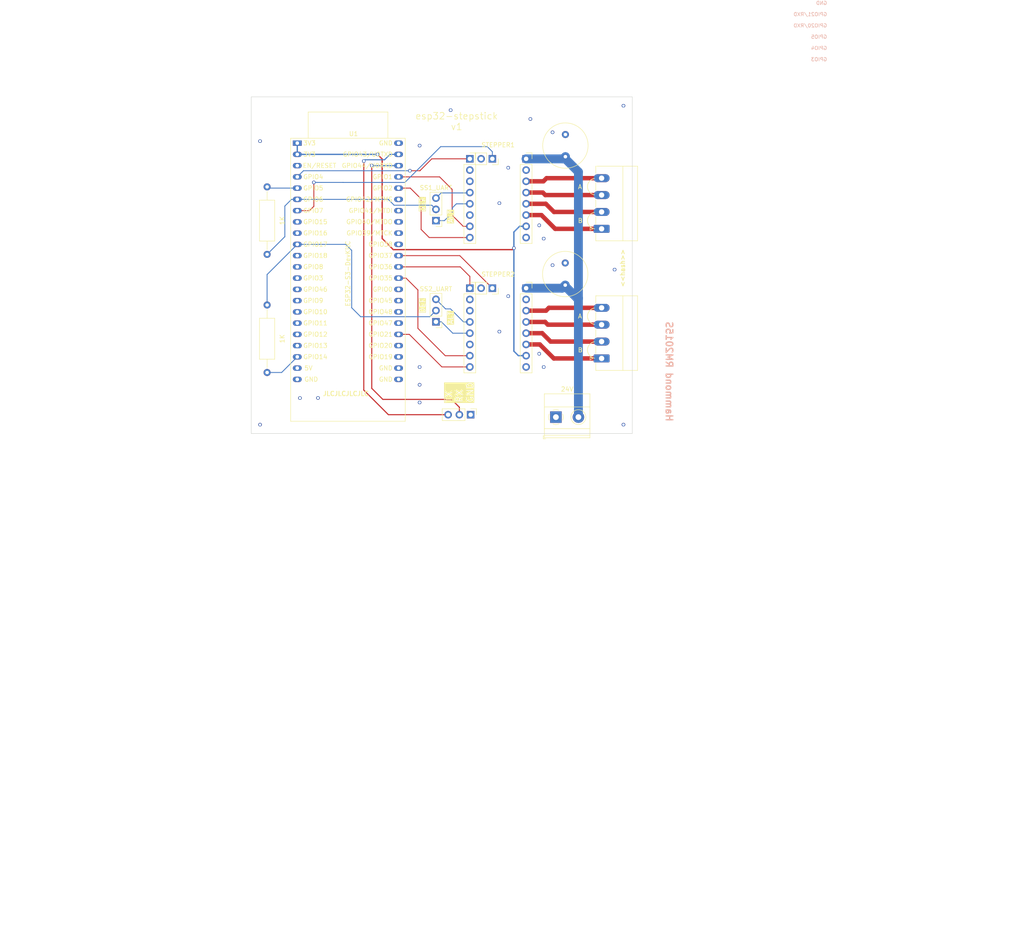
<source format=kicad_pcb>
(kicad_pcb (version 20240108) (generator "pcbnew") (generator_version "8.0")
  (layers (0 "F.Cu" signal "Top") (1 "In1.Cu" signal) (2 "In2.Cu" signal) (31 "B.Cu" signal "Bottom") (34 "B.Paste" user) (35 "F.Paste" user) (36 "B.SilkS" user "B.Silkscreen") (37 "F.SilkS" user "F.Silkscreen") (38 "B.Mask" user) (39 "F.Mask" user) (44 "Edge.Cuts" user))
  (net 0 "")
  (net 4 "/SS2_RX")
  (net 10 "/SS1_RX")
  (net 11 "/SS2_TX")
  (net 12 "/SS1_TX")
  (net 29 "/ESP32_RX")
  (net 30 "/ESP32_TX")
  (net 31 "GND")
  (net 32 "+24V")
  (net 33 "/SS1_STEP")
  (net 34 "/SS1_EN")
  (net 35 "/SS1_MS2")
  (net 36 "/SS1_UART1")
  (net 37 "/SS1_DIR")
  (net 38 "/SS1_CLK")
  (net 39 "/SS1_UART0")
  (net 40 "/SS1_MS1")
  (net 41 "SS1_B1")
  (net 42 "SS1_B2")
  (net 43 "SS1_A2")
  (net 44 "SS1_A1")
  (net 45 "/SS1_DIAG")
  (net 46 "/SS1_INDEX")
  (net 47 "/SS2_STEP")
  (net 48 "/SS2_UART1")
  (net 49 "/SS2_UART0")
  (net 50 "/SS2_CLK")
  (net 51 "/SS2_EN")
  (net 52 "/SS2_MS2")
  (net 53 "/SS2_MS1")
  (net 54 "/SS2_DIR")
  (net 55 "/SS2_DIAG")
  (net 56 "SS2_A2")
  (net 57 "SS2_A1")
  (net 58 "SS2_B1")
  (net 59 "SS2_B2")
  (net 60 "/SS2_INDEX")
  (net 61 "+3V3")
  (footprint "Resistor_THT:R_Axial_DIN0309_L9.0mm_D3.2mm_P15.24mm_Horizontal" (layer "F.Cu") (at 65.869064 119.689344 90)
    (property "Reference" "R1" (hide yes))
    (property "Value" "1K" (at 7.62 3.41 90) (layer "F.SilkS"))
    (fp_line (start 12.24 -1.72) (end 3 -1.72) (stroke (width 0.12)) (layer "F.SilkS"))
    (fp_line (start 3 -1.72) (end 3 1.72) (stroke (width 0.12)) (layer "F.SilkS"))
    (fp_line (start 14.2 0) (end 12.24 0) (stroke (width 0.12)) (layer "F.SilkS"))
    (fp_line (start 1.04 0) (end 3 0) (stroke (width 0.12)) (layer "F.SilkS"))
    (fp_line (start 12.24 1.72) (end 12.24 -1.72) (stroke (width 0.12)) (layer "F.SilkS"))
    (fp_line (start 3 1.72) (end 12.24 1.72) (stroke (width 0.12)) (layer "F.SilkS"))
    (pad "1" thru_hole circle (at 0 0 90) (size 1.6 1.6) (drill 0.8) (layers "*.Cu" "*.Mask") (net 11 "/SS2_TX"))
    (pad "2" thru_hole oval (at 15.24 0 90) (size 1.6 1.6) (drill 0.8) (layers "*.Cu" "*.Mask") (net 4 "/SS2_RX"))
  )
  (footprint "TerminalBlock_Phoenix:TerminalBlock_Phoenix_MKDS-1,5-2-5.08_1x02_P5.08mm_Horizontal" (layer "F.Cu") (at 131.034064 129.764344)
    (property "Reference" "J11" (hide yes))
    (property "Value" "24V" (at 2.54 -6.305 0) (layer "F.SilkS"))
    (fp_line (start -2.84 4.16) (end -2.84 4.9) (stroke (width 0.12)) (layer "F.SilkS"))
    (fp_line (start -2.84 4.9) (end -2.34 4.9) (stroke (width 0.12)) (layer "F.SilkS"))
    (fp_line (start -2.6 -5.261) (end -2.6 4.66) (stroke (width 0.12)) (layer "F.SilkS"))
    (fp_line (start -2.6 -5.261) (end 7.68 -5.261) (stroke (width 0.12)) (layer "F.SilkS"))
    (fp_line (start -2.6 -2.301) (end 7.68 -2.301) (stroke (width 0.12)) (layer "F.SilkS"))
    (fp_line (start -2.6 2.6) (end 7.68 2.6) (stroke (width 0.12)) (layer "F.SilkS"))
    (fp_line (start -2.6 4.1) (end 7.68 4.1) (stroke (width 0.12)) (layer "F.SilkS"))
    (fp_line (start -2.6 4.66) (end 7.68 4.66) (stroke (width 0.12)) (layer "F.SilkS"))
    (fp_line (start 3.853 1.023) (end 3.806 1.069) (stroke (width 0.12)) (layer "F.SilkS"))
    (fp_line (start 4.046 1.239) (end 4.011 1.274) (stroke (width 0.12)) (layer "F.SilkS"))
    (fp_line (start 6.15 -1.275) (end 6.115 -1.239) (stroke (width 0.12)) (layer "F.SilkS"))
    (fp_line (start 6.355 -1.069) (end 6.308 -1.023) (stroke (width 0.12)) (layer "F.SilkS"))
    (fp_line (start 7.68 -5.261) (end 7.68 4.66) (stroke (width 0.12)) (layer "F.SilkS"))
    (fp_arc (start -1.535427 0.683042) (mid -1.680501 -0.000524) (end -1.535 -0.684) (stroke (width 0.12)) (layer "F.SilkS"))
    (fp_arc (start -0.683042 -1.535427) (mid 0.000524 -1.680501) (end 0.684 -1.535) (stroke (width 0.12)) (layer "F.SilkS"))
    (fp_arc (start 0.028805 1.680253) (mid -0.335551 1.646659) (end -0.684 1.535) (stroke (width 0.12)) (layer "F.SilkS"))
    (fp_arc (start 0.683318 1.534756) (mid 0.349292 1.643288) (end 0 1.68) (stroke (width 0.12)) (layer "F.SilkS"))
    (fp_arc (start 1.535427 -0.683042) (mid 1.680501 0.000524) (end 1.535 0.684) (stroke (width 0.12)) (layer "F.SilkS"))
    (fp_circle (center 5.08 0) (end 6.76 0) (stroke (width 0.12)) (fill none) (layer "F.SilkS"))
    (pad "1" thru_hole rect (at 0 0) (size 2.6 2.6) (drill 1.3) (layers "*.Cu" "*.Mask") (net 31 "GND"))
    (pad "2" thru_hole circle (at 5.08 0) (size 2.6 2.6) (drill 1.3) (layers "*.Cu" "*.Mask") (net 32 "+24V"))
  )
  (footprint "MountingHole:MountingHole_3.2mm_M3_DIN965" (layer "F.Cu") (at 68.279064 63.459344)
    (property "Reference" "H102" (hide yes))
    (property "Value" "MountingHole")
    (pad "" np_thru_hole circle (at 0 0) (size 3.2 3.2) (drill 3.2) (layers "*.Cu" "*.Mask"))
  )
  (footprint "Connector_Phoenix_MC:PhoenixContact_MC_1,5_4-G-3.81_1x04_P3.81mm_Horizontal" (layer "F.Cu") (at 141.346564 87.249344 90)
    (property "Reference" "J7" (hide yes))
    (property "Value" "STEPPER1")
    (fp_line (start 0.3 -2.6) (end 0 -2) (stroke (width 0.12)) (layer "F.SilkS"))
    (fp_line (start -0.3 -2.6) (end 0.3 -2.6) (stroke (width 0.12)) (layer "F.SilkS"))
    (fp_line (start 0 -2) (end -0.3 -2.6) (stroke (width 0.12)) (layer "F.SilkS"))
    (fp_line (start 14.14 -1.31) (end 12.48 -1.31) (stroke (width 0.12)) (layer "F.SilkS"))
    (fp_line (start 8.67 -1.31) (end 10.38 -1.31) (stroke (width 0.12)) (layer "F.SilkS"))
    (fp_line (start 4.86 -1.31) (end 6.57 -1.31) (stroke (width 0.12)) (layer "F.SilkS"))
    (fp_line (start 1.05 -1.31) (end 2.76 -1.31) (stroke (width 0.12)) (layer "F.SilkS"))
    (fp_line (start -2.71 -1.31) (end -1.05 -1.31) (stroke (width 0.12)) (layer "F.SilkS"))
    (fp_line (start -2.71 -1.31) (end -2.71 8.11) (stroke (width 0.12)) (layer "F.SilkS"))
    (fp_line (start -2.71 4.8) (end 14.14 4.8) (stroke (width 0.12)) (layer "F.SilkS"))
    (fp_line (start 14.14 8.11) (end 14.14 -1.31) (stroke (width 0.12)) (layer "F.SilkS"))
    (fp_line (start -2.71 8.11) (end 14.14 8.11) (stroke (width 0.12)) (layer "F.SilkS"))
    (pad "1" thru_hole roundrect (at 0 0 90) (size 1.8 3.6) (drill 1.2) (layers "*.Cu" "*.Mask") (roundrect_rratio 0.138889) (net 42 "SS1_B2"))
    (pad "2" thru_hole oval (at 3.81 0 90) (size 1.8 3.6) (drill 1.2) (layers "*.Cu" "*.Mask") (net 41 "SS1_B1"))
    (pad "3" thru_hole oval (at 7.62 0 90) (size 1.8 3.6) (drill 1.2) (layers "*.Cu" "*.Mask") (net 44 "SS1_A1"))
    (pad "4" thru_hole oval (at 11.43 0 90) (size 1.8 3.6) (drill 1.2) (layers "*.Cu" "*.Mask") (net 43 "SS1_A2"))
  )
  (footprint "Connector_PinSocket_2.54mm:PinSocket_1x08_P2.54mm_Vertical" (layer "F.Cu") (at 124.314064 71.444344)
    (property "Reference" "J3" (hide yes))
    (property "Value" "SS1R")
    (fp_line (start -1.33 1.27) (end -1.33 19.11) (stroke (width 0.12)) (layer "F.SilkS"))
    (fp_line (start -1.33 1.27) (end 1.33 1.27) (stroke (width 0.12)) (layer "F.SilkS"))
    (fp_line (start -1.33 19.11) (end 1.33 19.11) (stroke (width 0.12)) (layer "F.SilkS"))
    (fp_line (start 0 -1.33) (end 1.33 -1.33) (stroke (width 0.12)) (layer "F.SilkS"))
    (fp_line (start 1.33 -1.33) (end 1.33 0) (stroke (width 0.12)) (layer "F.SilkS"))
    (fp_line (start 1.33 1.27) (end 1.33 19.11) (stroke (width 0.12)) (layer "F.SilkS"))
    (pad "1" thru_hole rect (at 0 0) (size 1.7 1.7) (drill 1) (layers "*.Cu" "*.Mask") (net 32 "+24V"))
    (pad "2" thru_hole oval (at 0 2.54) (size 1.7 1.7) (drill 1) (layers "*.Cu" "*.Mask") (net 31 "GND"))
    (pad "3" thru_hole oval (at 0 5.08) (size 1.7 1.7) (drill 1) (layers "*.Cu" "*.Mask") (net 43 "SS1_A2"))
    (pad "4" thru_hole oval (at 0 7.62) (size 1.7 1.7) (drill 1) (layers "*.Cu" "*.Mask") (net 44 "SS1_A1"))
    (pad "5" thru_hole oval (at 0 10.16) (size 1.7 1.7) (drill 1) (layers "*.Cu" "*.Mask") (net 41 "SS1_B1"))
    (pad "6" thru_hole oval (at 0 12.7) (size 1.7 1.7) (drill 1) (layers "*.Cu" "*.Mask") (net 42 "SS1_B2"))
    (pad "7" thru_hole oval (at 0 15.24) (size 1.7 1.7) (drill 1) (layers "*.Cu" "*.Mask") (net 61 "+3V3"))
    (pad "8" thru_hole oval (at 0 17.78) (size 1.7 1.7) (drill 1) (layers "*.Cu" "*.Mask") (net 31 "GND"))
  )
  (footprint "MountingHole:MountingHole_3.2mm_M3_DIN965" (layer "F.Cu") (at 68.279064 127.459344)
    (property "Reference" "H103" (hide yes))
    (property "Value" "MountingHole")
    (pad "" np_thru_hole circle (at 0 0) (size 3.2 3.2) (drill 3.2) (layers "*.Cu" "*.Mask"))
  )
  (footprint "Connector_PinSocket_2.54mm:PinSocket_1x08_P2.54mm_Vertical" (layer "F.Cu") (at 124.314064 100.654344)
    (property "Reference" "J6" (hide yes))
    (property "Value" "SS1R")
    (fp_line (start -1.33 1.27) (end -1.33 19.11) (stroke (width 0.12)) (layer "F.SilkS"))
    (fp_line (start -1.33 1.27) (end 1.33 1.27) (stroke (width 0.12)) (layer "F.SilkS"))
    (fp_line (start -1.33 19.11) (end 1.33 19.11) (stroke (width 0.12)) (layer "F.SilkS"))
    (fp_line (start 0 -1.33) (end 1.33 -1.33) (stroke (width 0.12)) (layer "F.SilkS"))
    (fp_line (start 1.33 -1.33) (end 1.33 0) (stroke (width 0.12)) (layer "F.SilkS"))
    (fp_line (start 1.33 1.27) (end 1.33 19.11) (stroke (width 0.12)) (layer "F.SilkS"))
    (pad "1" thru_hole rect (at 0 0) (size 1.7 1.7) (drill 1) (layers "*.Cu" "*.Mask") (net 32 "+24V"))
    (pad "2" thru_hole oval (at 0 2.54) (size 1.7 1.7) (drill 1) (layers "*.Cu" "*.Mask") (net 31 "GND"))
    (pad "3" thru_hole oval (at 0 5.08) (size 1.7 1.7) (drill 1) (layers "*.Cu" "*.Mask") (net 56 "SS2_A2"))
    (pad "4" thru_hole oval (at 0 7.62) (size 1.7 1.7) (drill 1) (layers "*.Cu" "*.Mask") (net 57 "SS2_A1"))
    (pad "5" thru_hole oval (at 0 10.16) (size 1.7 1.7) (drill 1) (layers "*.Cu" "*.Mask") (net 58 "SS2_B1"))
    (pad "6" thru_hole oval (at 0 12.7) (size 1.7 1.7) (drill 1) (layers "*.Cu" "*.Mask") (net 59 "SS2_B2"))
    (pad "7" thru_hole oval (at 0 15.24) (size 1.7 1.7) (drill 1) (layers "*.Cu" "*.Mask") (net 61 "+3V3"))
    (pad "8" thru_hole oval (at 0 17.78) (size 1.7 1.7) (drill 1) (layers "*.Cu" "*.Mask") (net 31 "GND"))
  )
  (footprint "Connector_PinSocket_2.54mm:PinSocket_1x08_P2.54mm_Vertical" (layer "F.Cu") (at 111.614064 100.654344)
    (property "Reference" "J4" (hide yes))
    (property "Value" "SS1L")
    (fp_line (start -1.33 1.27) (end -1.33 19.11) (stroke (width 0.12)) (layer "F.SilkS"))
    (fp_line (start -1.33 1.27) (end 1.33 1.27) (stroke (width 0.12)) (layer "F.SilkS"))
    (fp_line (start -1.33 19.11) (end 1.33 19.11) (stroke (width 0.12)) (layer "F.SilkS"))
    (fp_line (start 0 -1.33) (end 1.33 -1.33) (stroke (width 0.12)) (layer "F.SilkS"))
    (fp_line (start 1.33 -1.33) (end 1.33 0) (stroke (width 0.12)) (layer "F.SilkS"))
    (fp_line (start 1.33 1.27) (end 1.33 19.11) (stroke (width 0.12)) (layer "F.SilkS"))
    (pad "1" thru_hole rect (at 0 0) (size 1.7 1.7) (drill 1) (layers "*.Cu" "*.Mask") (net 51 "/SS2_EN"))
    (pad "2" thru_hole oval (at 0 2.54) (size 1.7 1.7) (drill 1) (layers "*.Cu" "*.Mask") (net 53 "/SS2_MS1"))
    (pad "3" thru_hole oval (at 0 5.08) (size 1.7 1.7) (drill 1) (layers "*.Cu" "*.Mask") (net 52 "/SS2_MS2"))
    (pad "4" thru_hole oval (at 0 7.62) (size 1.7 1.7) (drill 1) (layers "*.Cu" "*.Mask") (net 49 "/SS2_UART0"))
    (pad "5" thru_hole oval (at 0 10.16) (size 1.7 1.7) (drill 1) (layers "*.Cu" "*.Mask") (net 48 "/SS2_UART1"))
    (pad "6" thru_hole oval (at 0 12.7) (size 1.7 1.7) (drill 1) (layers "*.Cu" "*.Mask") (net 50 "/SS2_CLK"))
    (pad "7" thru_hole oval (at 0 15.24) (size 1.7 1.7) (drill 1) (layers "*.Cu" "*.Mask") (net 47 "/SS2_STEP"))
    (pad "8" thru_hole oval (at 0 17.78) (size 1.7 1.7) (drill 1) (layers "*.Cu" "*.Mask") (net 54 "/SS2_DIR"))
  )
  (footprint "Capacitor_THT:C_Radial_D10.0mm_H12.5mm_P5.00mm" (layer "F.Cu") (at 133.179064 70.959344 90)
    (property "Reference" "C1" (hide yes))
    (property "Value" "100u")
    (fp_circle (center 2.5 0) (end 7.62 0) (stroke (width 0.12)) (fill none) (layer "F.SilkS"))
    (pad "1" thru_hole circle (at 0 0 90) (size 1.6 1.6) (drill 0.8) (layers "*.Cu" "*.Mask") (net 32 "+24V"))
    (pad "2" thru_hole circle (at 5 0 90) (size 1.6 1.6) (drill 0.8) (layers "*.Cu" "*.Mask") (net 31 "GND"))
  )
  (footprint "Resistor_THT:R_Axial_DIN0309_L9.0mm_D3.2mm_P15.24mm_Horizontal" (layer "F.Cu") (at 65.869064 77.779344 -90)
    (property "Reference" "R2" (hide yes))
    (property "Value" "1K" (at 7.62 -3.41 90) (layer "F.SilkS"))
    (fp_line (start 3 1.72) (end 12.24 1.72) (stroke (width 0.12)) (layer "F.SilkS"))
    (fp_line (start 12.24 1.72) (end 12.24 -1.72) (stroke (width 0.12)) (layer "F.SilkS"))
    (fp_line (start 1.04 0) (end 3 0) (stroke (width 0.12)) (layer "F.SilkS"))
    (fp_line (start 14.2 0) (end 12.24 0) (stroke (width 0.12)) (layer "F.SilkS"))
    (fp_line (start 3 -1.72) (end 3 1.72) (stroke (width 0.12)) (layer "F.SilkS"))
    (fp_line (start 12.24 -1.72) (end 3 -1.72) (stroke (width 0.12)) (layer "F.SilkS"))
    (pad "1" thru_hole circle (at 0 0 270) (size 1.6 1.6) (drill 0.8) (layers "*.Cu" "*.Mask") (net 12 "/SS1_TX"))
    (pad "2" thru_hole oval (at 15.24 0 270) (size 1.6 1.6) (drill 0.8) (layers "*.Cu" "*.Mask") (net 10 "/SS1_RX"))
  )
  (footprint "Connector_PinSocket_2.54mm:PinSocket_1x02_P2.54mm_Vertical" (layer "F.Cu") (at 116.694064 71.444344 -90)
    (property "Reference" "J2" (hide yes))
    (property "Value" "SS1T")
    (fp_line (start -1.33 3.87) (end 1.33 3.87) (stroke (width 0.12)) (layer "F.SilkS"))
    (fp_line (start -1.33 1.27) (end -1.33 3.87) (stroke (width 0.12)) (layer "F.SilkS"))
    (fp_line (start -1.33 1.27) (end 1.33 1.27) (stroke (width 0.12)) (layer "F.SilkS"))
    (fp_line (start 1.33 1.27) (end 1.33 3.87) (stroke (width 0.12)) (layer "F.SilkS"))
    (fp_line (start 0 -1.33) (end 1.33 -1.33) (stroke (width 0.12)) (layer "F.SilkS"))
    (fp_line (start 1.33 -1.33) (end 1.33 0) (stroke (width 0.12)) (layer "F.SilkS"))
    (pad "1" thru_hole rect (at 0 0 270) (size 1.7 1.7) (drill 1) (layers "*.Cu" "*.Mask") (net 45 "/SS1_DIAG"))
    (pad "2" thru_hole oval (at 0 2.54 270) (size 1.7 1.7) (drill 1) (layers "*.Cu" "*.Mask") (net 46 "/SS1_INDEX"))
  )
  (footprint "MountingHole:MountingHole_3.2mm_M3_DIN965" (layer "F.Cu") (at 142.279064 63.459344)
    (property "Reference" "H101" (hide yes))
    (property "Value" "MountingHole")
    (pad "" np_thru_hole circle (at 0 0) (size 3.2 3.2) (drill 3.2) (layers "*.Cu" "*.Mask"))
  )
  (footprint "Espressif:ESP32-S3-DevKitC" (layer "F.Cu") (at 72.677704 67.902265)
    (property "Reference" "U1" (at 12.7 -2.1 0) (layer "F.SilkS"))
    (property "Value" "ESP32-S3-DevKitC" (at 11.42632 29.46128 90) (layer "F.SilkS"))
    (fp_line (start -1.5 62.79728) (end 24.359999 62.79728) (stroke (width 0.12)) (layer "F.SilkS"))
    (fp_line (start -1.499999 -1.1) (end -1.5 62.79728) (stroke (width 0.12)) (layer "F.SilkS"))
    (fp_line (start 2.46012 -7.01312) (end 20.44332 -7.01312) (stroke (width 0.12)) (layer "F.SilkS"))
    (fp_line (start 2.46012 -1.12032) (end 2.46012 -7.01312) (stroke (width 0.12)) (layer "F.SilkS"))
    (fp_line (start 20.44332 -7.01312) (end 20.44332 -1.12032) (stroke (width 0.12)) (layer "F.SilkS"))
    (fp_line (start 24.359999 62.79728) (end 24.36 -1.1) (stroke (width 0.12)) (layer "F.SilkS"))
    (fp_line (start 24.36 -1.1) (end -1.499999 -1.1) (stroke (width 0.12)) (layer "F.SilkS"))
    (fp_text user "GPIO16" (at 1.27 20.32 0) (layer "F.SilkS") (effects (justify left)))
    (fp_text user "GPIO43/U0TXD" (at 21.59 2.54 0) (layer "F.SilkS") (effects (justify right)))
    (fp_text user "GPIO9" (at 1.27 35.56 0) (layer "F.SilkS") (effects (justify left)))
    (fp_text user "GPIO15" (at 1.27 17.78 0) (layer "F.SilkS") (effects (justify left)))
    (fp_text user "GPIO44/U0RXD" (at 21.59 5.08 0) (layer "F.SilkS") (effects (justify right)))
    (fp_text user "GPIO40/MTDO" (at 21.59 17.78 0) (layer "F.SilkS") (effects (justify right)))
    (fp_text user "GPIO45" (at 21.59 35.56 0) (layer "F.SilkS") (effects (justify right)))
    (fp_text user "GPIO42/MTMS" (at 21.59 12.7 0) (layer "F.SilkS") (effects (justify right)))
    (fp_text user "GPIO36" (at 21.59 27.94 0) (layer "F.SilkS") (effects (justify right)))
    (fp_text user "GPIO8" (at 1.27 27.94 0) (layer "F.SilkS") (effects (justify left)))
    (fp_text user "GPIO14" (at 1.27 48.26 0) (layer "F.SilkS") (effects (justify left)))
    (fp_text user "GPIO19" (at 21.59 48.26 0) (layer "F.SilkS") (effects (justify right)))
    (fp_text user "GPIO3" (at 1.27 30.48 0) (layer "F.SilkS") (effects (justify left)))
    (fp_text user "GPIO0" (at 21.59 33.02 0) (layer "F.SilkS") (effects (justify right)))
    (fp_text user "GPIO35" (at 21.59 30.48 0) (layer "F.SilkS") (effects (justify right)))
    (fp_text user "GND" (at 1.52032 53.33728 0) (layer "F.SilkS") (effects (justify left)))
    (fp_text user "GPIO37" (at 21.59 25.4 0) (layer "F.SilkS") (effects (justify right)))
    (fp_text user "3V3" (at 1.27 2.54 0) (layer "F.SilkS") (effects (justify left)))
    (fp_text user "GPIO12" (at 1.27 43.18 0) (layer "F.SilkS") (effects (justify left)))
    (fp_text user "5V" (at 1.52032 50.79728 0) (layer "F.SilkS") (effects (justify left)))
    (fp_text user "GPIO5" (at 1.27 10.16 0) (layer "F.SilkS") (effects (justify left)))
    (fp_text user "GPIO10" (at 1.27 38.1 0) (layer "F.SilkS") (effects (justify left)))
    (fp_text user "GPIO4" (at 1.27 7.62 0) (layer "F.SilkS") (effects (justify left)))
    (fp_text user "GPIO21" (at 21.59 43.18 0) (layer "F.SilkS") (effects (justify right)))
    (fp_text user "GND" (at 21.59 50.8 0) (layer "F.SilkS") (effects (justify right)))
    (fp_text user "GPIO7" (at 1.27 15.24 0) (layer "F.SilkS") (effects (justify left)))
    (fp_text user "GPIO11" (at 1.27 40.64 0) (layer "F.SilkS") (effects (justify left)))
    (fp_text user "GPIO41/MTDI" (at 21.59 15.24 0) (layer "F.SilkS") (effects (justify right)))
    (fp_text user "GPIO39/MTCK" (at 21.59 20.32 0) (layer "F.SilkS") (effects (justify right)))
    (fp_text user "GPIO6" (at 1.27 12.7 0) (layer "F.SilkS") (effects (justify left)))
    (fp_text user "GND" (at 21.59 0 0) (layer "F.SilkS") (effects (justify right)))
    (fp_text user "GND" (at 21.59 53.34 0) (layer "F.SilkS") (effects (justify right)))
    (fp_text user "GPIO47" (at 21.59 40.64 0) (layer "F.SilkS") (effects (justify right)))
    (fp_text user "GPIO13" (at 1.27 45.72 0) (layer "F.SilkS") (effects (justify left)))
    (fp_text user "3V3" (at 1.27 0 0) (layer "F.SilkS") (effects (justify left)))
    (fp_text user "GPIO20" (at 21.59 45.72 0) (layer "F.SilkS") (effects (justify right)))
    (fp_text user "GPIO18" (at 1.27 25.4 0) (layer "F.SilkS") (effects (justify left)))
    (fp_text user "GPIO17" (at 1.27 22.86 0) (layer "F.SilkS") (effects (justify left)))
    (fp_text user "GPIO2" (at 21.59 10.16 0) (layer "F.SilkS") (effects (justify right)))
    (fp_text user "GPIO1" (at 21.59 7.62 0) (layer "F.SilkS") (effects (justify right)))
    (fp_text user "GPIO46" (at 1.27 33.02 0) (layer "F.SilkS") (effects (justify left)))
    (fp_text user "GPIO48" (at 21.59 38.1 0) (layer "F.SilkS") (effects (justify right)))
    (fp_text user "EN/RESET" (at 8.88632 5.07728 0) (layer "F.SilkS") (effects (justify right)))
    (fp_text user "GPIO38" (at 21.59 22.86 0) (layer "F.SilkS") (effects (justify right)))
    (pad "1" thru_hole rect (at 0 0 270) (size 1.2 2) (drill 0.8) (layers "*.Cu" "*.Mask") (net 61 "+3V3"))
    (pad "2" thru_hole oval (at 0 2.54 270) (size 1.2 2) (drill 0.8) (layers "*.Cu" "*.Mask") (net 61 "+3V3"))
    (pad "3" thru_hole oval (at 0 5.08 270) (size 1.2 2) (drill 0.8) (layers "*.Cu" "*.Mask"))
    (pad "4" thru_hole oval (at 0 7.62 270) (size 1.2 2) (drill 0.8) (layers "*.Cu" "*.Mask") (net 34 "/SS1_EN"))
    (pad "5" thru_hole oval (at 0 10.16 270) (size 1.2 2) (drill 0.8) (layers "*.Cu" "*.Mask") (net 12 "/SS1_TX"))
    (pad "6" thru_hole oval (at 0 12.7 270) (size 1.2 2) (drill 0.8) (layers "*.Cu" "*.Mask") (net 10 "/SS1_RX"))
    (pad "7" thru_hole oval (at 0 15.24 270) (size 1.2 2) (drill 0.8) (layers "*.Cu" "*.Mask") (net 45 "/SS1_DIAG"))
    (pad "8" thru_hole oval (at 0 17.78 270) (size 1.2 2) (drill 0.8) (layers "*.Cu" "*.Mask"))
    (pad "9" thru_hole oval (at 0 20.32 270) (size 1.2 2) (drill 0.8) (layers "*.Cu" "*.Mask"))
    (pad "10" thru_hole oval (at 0 22.86 270) (size 1.2 2) (drill 0.8) (layers "*.Cu" "*.Mask") (net 4 "/SS2_RX"))
    (pad "11" thru_hole oval (at 0 25.4 270) (size 1.2 2) (drill 0.8) (layers "*.Cu" "*.Mask"))
    (pad "12" thru_hole oval (at 0 27.94 270) (size 1.2 2) (drill 0.8) (layers "*.Cu" "*.Mask"))
    (pad "13" thru_hole oval (at 0 30.48 270) (size 1.2 2) (drill 0.8) (layers "*.Cu" "*.Mask"))
    (pad "14" thru_hole oval (at 0 33.02 270) (size 1.2 2) (drill 0.8) (layers "*.Cu" "*.Mask"))
    (pad "15" thru_hole oval (at 0 35.56 270) (size 1.2 2) (drill 0.8) (layers "*.Cu" "*.Mask"))
    (pad "16" thru_hole oval (at 0 38.1 270) (size 1.2 2) (drill 0.8) (layers "*.Cu" "*.Mask"))
    (pad "17" thru_hole oval (at 0 40.64 270) (size 1.2 2) (drill 0.8) (layers "*.Cu" "*.Mask"))
    (pad "18" thru_hole oval (at 0 43.18 270) (size 1.2 2) (drill 0.8) (layers "*.Cu" "*.Mask"))
    (pad "19" thru_hole oval (at 0 45.72 270) (size 1.2 2) (drill 0.8) (layers "*.Cu" "*.Mask"))
    (pad "20" thru_hole oval (at -0.00368 48.25728 270) (size 1.2 2) (drill 0.8) (layers "*.Cu" "*.Mask") (net 11 "/SS2_TX"))
    (pad "21" thru_hole oval (at -0.00368 50.79728 270) (size 1.2 2) (drill 0.8) (layers "*.Cu" "*.Mask"))
    (pad "22" thru_hole oval (at -0.00368 53.33728 270) (size 1.2 2) (drill 0.8) (layers "*.Cu" "*.Mask") (net 31 "GND"))
    (pad "23" thru_hole oval (at 22.86 53.34 270) (size 1.2 2) (drill 0.8) (layers "*.Cu" "*.Mask") (net 31 "GND"))
    (pad "24" thru_hole oval (at 22.86 50.8 270) (size 1.2 2) (drill 0.8) (layers "*.Cu" "*.Mask") (net 31 "GND"))
    (pad "25" thru_hole oval (at 22.86 48.26 270) (size 1.2 2) (drill 0.8) (layers "*.Cu" "*.Mask"))
    (pad "26" thru_hole oval (at 22.86 45.72 270) (size 1.2 2) (drill 0.8) (layers "*.Cu" "*.Mask"))
    (pad "27" thru_hole oval (at 22.86 43.18 270) (size 1.2 2) (drill 0.8) (layers "*.Cu" "*.Mask") (net 54 "/SS2_DIR"))
    (pad "28" thru_hole oval (at 22.86 40.64 270) (size 1.2 2) (drill 0.8) (layers "*.Cu" "*.Mask"))
    (pad "29" thru_hole oval (at 22.86 38.1 270) (size 1.2 2) (drill 0.8) (layers "*.Cu" "*.Mask"))
    (pad "30" thru_hole oval (at 22.86 35.56 270) (size 1.2 2) (drill 0.8) (layers "*.Cu" "*.Mask"))
    (pad "31" thru_hole oval (at 22.86 33.02 270) (size 1.2 2) (drill 0.8) (layers "*.Cu" "*.Mask"))
    (pad "32" thru_hole oval (at 22.86 30.48 270) (size 1.2 2) (drill 0.8) (layers "*.Cu" "*.Mask") (net 47 "/SS2_STEP"))
    (pad "33" thru_hole oval (at 22.86 27.94 270) (size 1.2 2) (drill 0.8) (layers "*.Cu" "*.Mask") (net 51 "/SS2_EN"))
    (pad "34" thru_hole oval (at 22.86 25.4 270) (size 1.2 2) (drill 0.8) (layers "*.Cu" "*.Mask") (net 55 "/SS2_DIAG"))
    (pad "35" thru_hole oval (at 22.86 22.86 270) (size 1.2 2) (drill 0.8) (layers "*.Cu" "*.Mask"))
    (pad "36" thru_hole oval (at 22.86 20.32 270) (size 1.2 2) (drill 0.8) (layers "*.Cu" "*.Mask"))
    (pad "37" thru_hole oval (at 22.86 17.78 270) (size 1.2 2) (drill 0.8) (layers "*.Cu" "*.Mask"))
    (pad "38" thru_hole oval (at 22.86 15.24 270) (size 1.2 2) (drill 0.8) (layers "*.Cu" "*.Mask"))
    (pad "39" thru_hole oval (at 22.86 12.7 270) (size 1.2 2) (drill 0.8) (layers "*.Cu" "*.Mask"))
    (pad "40" thru_hole oval (at 22.86 10.16 270) (size 1.2 2) (drill 0.8) (layers "*.Cu" "*.Mask") (net 37 "/SS1_DIR"))
    (pad "41" thru_hole oval (at 22.86 7.62 270) (size 1.2 2) (drill 0.8) (layers "*.Cu" "*.Mask") (net 33 "/SS1_STEP"))
    (pad "42" thru_hole oval (at 22.86 5.08 270) (size 1.2 2) (drill 0.8) (layers "*.Cu" "*.Mask") (net 29 "/ESP32_RX"))
    (pad "43" thru_hole oval (at 22.86 2.54 270) (size 1.2 2) (drill 0.8) (layers "*.Cu" "*.Mask") (net 30 "/ESP32_TX"))
    (pad "44" thru_hole oval (at 22.86 0 270) (size 1.2 2) (drill 0.8) (layers "*.Cu" "*.Mask") (net 31 "GND"))
  )
  (footprint "Connector_PinSocket_2.54mm:PinSocket_1x02_P2.54mm_Vertical" (layer "F.Cu") (at 116.694064 100.654344 -90)
    (property "Reference" "J5" (hide yes))
    (property "Value" "SS1T")
    (fp_line (start -1.33 3.87) (end 1.33 3.87) (stroke (width 0.12)) (layer "F.SilkS"))
    (fp_line (start -1.33 1.27) (end -1.33 3.87) (stroke (width 0.12)) (layer "F.SilkS"))
    (fp_line (start -1.33 1.27) (end 1.33 1.27) (stroke (width 0.12)) (layer "F.SilkS"))
    (fp_line (start 1.33 1.27) (end 1.33 3.87) (stroke (width 0.12)) (layer "F.SilkS"))
    (fp_line (start 0 -1.33) (end 1.33 -1.33) (stroke (width 0.12)) (layer "F.SilkS"))
    (fp_line (start 1.33 -1.33) (end 1.33 0) (stroke (width 0.12)) (layer "F.SilkS"))
    (pad "1" thru_hole rect (at 0 0 270) (size 1.7 1.7) (drill 1) (layers "*.Cu" "*.Mask") (net 55 "/SS2_DIAG"))
    (pad "2" thru_hole oval (at 0 2.54 270) (size 1.7 1.7) (drill 1) (layers "*.Cu" "*.Mask") (net 60 "/SS2_INDEX"))
  )
  (footprint "Connector_Phoenix_MC:PhoenixContact_MC_1,5_4-G-3.81_1x04_P3.81mm_Horizontal" (layer "F.Cu") (at 141.346564 116.514344 90)
    (property "Reference" "J8" (hide yes))
    (property "Value" "STEPPER2")
    (fp_line (start 0.3 -2.6) (end 0 -2) (stroke (width 0.12)) (layer "F.SilkS"))
    (fp_line (start -0.3 -2.6) (end 0.3 -2.6) (stroke (width 0.12)) (layer "F.SilkS"))
    (fp_line (start 0 -2) (end -0.3 -2.6) (stroke (width 0.12)) (layer "F.SilkS"))
    (fp_line (start 14.14 -1.31) (end 12.48 -1.31) (stroke (width 0.12)) (layer "F.SilkS"))
    (fp_line (start 8.67 -1.31) (end 10.38 -1.31) (stroke (width 0.12)) (layer "F.SilkS"))
    (fp_line (start 4.86 -1.31) (end 6.57 -1.31) (stroke (width 0.12)) (layer "F.SilkS"))
    (fp_line (start 1.05 -1.31) (end 2.76 -1.31) (stroke (width 0.12)) (layer "F.SilkS"))
    (fp_line (start -2.71 -1.31) (end -1.05 -1.31) (stroke (width 0.12)) (layer "F.SilkS"))
    (fp_line (start -2.71 -1.31) (end -2.71 8.11) (stroke (width 0.12)) (layer "F.SilkS"))
    (fp_line (start -2.71 4.8) (end 14.14 4.8) (stroke (width 0.12)) (layer "F.SilkS"))
    (fp_line (start 14.14 8.11) (end 14.14 -1.31) (stroke (width 0.12)) (layer "F.SilkS"))
    (fp_line (start -2.71 8.11) (end 14.14 8.11) (stroke (width 0.12)) (layer "F.SilkS"))
    (pad "1" thru_hole roundrect (at 0 0 90) (size 1.8 3.6) (drill 1.2) (layers "*.Cu" "*.Mask") (roundrect_rratio 0.138889) (net 59 "SS2_B2"))
    (pad "2" thru_hole oval (at 3.81 0 90) (size 1.8 3.6) (drill 1.2) (layers "*.Cu" "*.Mask") (net 58 "SS2_B1"))
    (pad "3" thru_hole oval (at 7.62 0 90) (size 1.8 3.6) (drill 1.2) (layers "*.Cu" "*.Mask") (net 57 "SS2_A1"))
    (pad "4" thru_hole oval (at 11.43 0 90) (size 1.8 3.6) (drill 1.2) (layers "*.Cu" "*.Mask") (net 56 "SS2_A2"))
  )
  (footprint "MountingHole:MountingHole_3.2mm_M3_DIN965" (layer "F.Cu") (at 142.279064 127.459344)
    (property "Reference" "H104" (hide yes))
    (property "Value" "MountingHole")
    (pad "" np_thru_hole circle (at 0 0) (size 3.2 3.2) (drill 3.2) (layers "*.Cu" "*.Mask"))
  )
  (footprint "Connector_PinHeader_2.54mm:PinHeader_1x03_P2.54mm_Vertical" (layer "F.Cu") (at 111.794064 129.214344 -90)
    (property "Reference" "J12" (hide yes))
    (property "Value" "SERIAL")
    (fp_line (start -1.33 6.41) (end 1.33 6.41) (stroke (width 0.12)) (layer "F.SilkS"))
    (fp_line (start -1.33 1.27) (end -1.33 6.41) (stroke (width 0.12)) (layer "F.SilkS"))
    (fp_line (start -1.33 1.27) (end 1.33 1.27) (stroke (width 0.12)) (layer "F.SilkS"))
    (fp_line (start 1.33 1.27) (end 1.33 6.41) (stroke (width 0.12)) (layer "F.SilkS"))
    (fp_line (start -1.33 0) (end -1.33 -1.33) (stroke (width 0.12)) (layer "F.SilkS"))
    (fp_line (start -1.33 -1.33) (end 0 -1.33) (stroke (width 0.12)) (layer "F.SilkS"))
    (pad "1" thru_hole rect (at 0 0 270) (size 1.7 1.7) (drill 1) (layers "*.Cu" "*.Mask") (net 31 "GND"))
    (pad "2" thru_hole oval (at 0 2.54 270) (size 1.7 1.7) (drill 1) (layers "*.Cu" "*.Mask") (net 29 "/ESP32_RX"))
    (pad "3" thru_hole oval (at 0 5.08 270) (size 1.7 1.7) (drill 1) (layers "*.Cu" "*.Mask") (net 30 "/ESP32_TX"))
  )
  (footprint "Connector_PinSocket_2.54mm:PinSocket_1x08_P2.54mm_Vertical" (layer "F.Cu") (at 111.614064 71.444344)
    (property "Reference" "J1" (hide yes))
    (property "Value" "SS1L")
    (fp_line (start -1.33 1.27) (end -1.33 19.11) (stroke (width 0.12)) (layer "F.SilkS"))
    (fp_line (start -1.33 1.27) (end 1.33 1.27) (stroke (width 0.12)) (layer "F.SilkS"))
    (fp_line (start -1.33 19.11) (end 1.33 19.11) (stroke (width 0.12)) (layer "F.SilkS"))
    (fp_line (start 0 -1.33) (end 1.33 -1.33) (stroke (width 0.12)) (layer "F.SilkS"))
    (fp_line (start 1.33 -1.33) (end 1.33 0) (stroke (width 0.12)) (layer "F.SilkS"))
    (fp_line (start 1.33 1.27) (end 1.33 19.11) (stroke (width 0.12)) (layer "F.SilkS"))
    (pad "1" thru_hole rect (at 0 0) (size 1.7 1.7) (drill 1) (layers "*.Cu" "*.Mask") (net 34 "/SS1_EN"))
    (pad "2" thru_hole oval (at 0 2.54) (size 1.7 1.7) (drill 1) (layers "*.Cu" "*.Mask") (net 40 "/SS1_MS1"))
    (pad "3" thru_hole oval (at 0 5.08) (size 1.7 1.7) (drill 1) (layers "*.Cu" "*.Mask") (net 35 "/SS1_MS2"))
    (pad "4" thru_hole oval (at 0 7.62) (size 1.7 1.7) (drill 1) (layers "*.Cu" "*.Mask") (net 39 "/SS1_UART0"))
    (pad "5" thru_hole oval (at 0 10.16) (size 1.7 1.7) (drill 1) (layers "*.Cu" "*.Mask") (net 36 "/SS1_UART1"))
    (pad "6" thru_hole oval (at 0 12.7) (size 1.7 1.7) (drill 1) (layers "*.Cu" "*.Mask") (net 38 "/SS1_CLK"))
    (pad "7" thru_hole oval (at 0 15.24) (size 1.7 1.7) (drill 1) (layers "*.Cu" "*.Mask") (net 33 "/SS1_STEP"))
    (pad "8" thru_hole oval (at 0 17.78) (size 1.7 1.7) (drill 1) (layers "*.Cu" "*.Mask") (net 37 "/SS1_DIR"))
  )
  (footprint "Capacitor_THT:C_Radial_D10.0mm_H12.5mm_P5.00mm" (layer "F.Cu") (at 133.139064 99.959344 90)
    (property "Reference" "C2" (hide yes))
    (property "Value" "100u")
    (fp_circle (center 2.5 0) (end 7.62 0) (stroke (width 0.12)) (fill none) (layer "F.SilkS"))
    (pad "1" thru_hole circle (at 0 0 90) (size 1.6 1.6) (drill 0.8) (layers "*.Cu" "*.Mask") (net 32 "+24V"))
    (pad "2" thru_hole circle (at 5 0 90) (size 1.6 1.6) (drill 0.8) (layers "*.Cu" "*.Mask") (net 31 "GND"))
  )
  (footprint "Connector_PinHeader_2.54mm:PinHeader_1x03_P2.54mm_Vertical" (layer "F.Cu") (at 103.969064 108.244344 180)
    (property "Reference" "J9" (hide yes))
    (property "Value" "SS2_UART" (at 0 7.41 0) (layer "F.SilkS"))
    (fp_line (start 1.33 1.27) (end 1.33 6.41) (stroke (width 0.12)) (layer "F.SilkS"))
    (fp_line (start -1.33 6.41) (end 1.33 6.41) (stroke (width 0.12)) (layer "F.SilkS"))
    (fp_line (start -1.33 1.27) (end 1.33 1.27) (stroke (width 0.12)) (layer "F.SilkS"))
    (fp_line (start -1.33 1.27) (end -1.33 6.41) (stroke (width 0.12)) (layer "F.SilkS"))
    (fp_line (start -1.33 0) (end -1.33 -1.33) (stroke (width 0.12)) (layer "F.SilkS"))
    (fp_line (start -1.33 -1.33) (end 0 -1.33) (stroke (width 0.12)) (layer "F.SilkS"))
    (pad "1" thru_hole rect (at 0 0 180) (size 1.7 1.7) (drill 1) (layers "*.Cu" "*.Mask") (net 48 "/SS2_UART1"))
    (pad "2" thru_hole oval (at 0 2.54 180) (size 1.7 1.7) (drill 1) (layers "*.Cu" "*.Mask") (net 4 "/SS2_RX"))
    (pad "3" thru_hole oval (at 0 5.08 180) (size 1.7 1.7) (drill 1) (layers "*.Cu" "*.Mask") (net 49 "/SS2_UART0"))
  )
  (footprint "Connector_PinHeader_2.54mm:PinHeader_1x03_P2.54mm_Vertical" (layer "F.Cu") (at 103.969064 85.399344 180)
    (property "Reference" "J10" (hide yes))
    (property "Value" "SS1_UART" (at 0 7.41 0) (layer "F.SilkS"))
    (fp_line (start 1.33 1.27) (end 1.33 6.41) (stroke (width 0.12)) (layer "F.SilkS"))
    (fp_line (start -1.33 6.41) (end 1.33 6.41) (stroke (width 0.12)) (layer "F.SilkS"))
    (fp_line (start -1.33 1.27) (end 1.33 1.27) (stroke (width 0.12)) (layer "F.SilkS"))
    (fp_line (start -1.33 1.27) (end -1.33 6.41) (stroke (width 0.12)) (layer "F.SilkS"))
    (fp_line (start -1.33 0) (end -1.33 -1.33) (stroke (width 0.12)) (layer "F.SilkS"))
    (fp_line (start -1.33 -1.33) (end 0 -1.33) (stroke (width 0.12)) (layer "F.SilkS"))
    (pad "1" thru_hole rect (at 0 0 180) (size 1.7 1.7) (drill 1) (layers "*.Cu" "*.Mask") (net 36 "/SS1_UART1"))
    (pad "2" thru_hole oval (at 0 2.54 180) (size 1.7 1.7) (drill 1) (layers "*.Cu" "*.Mask") (net 10 "/SS1_RX"))
    (pad "3" thru_hole oval (at 0 5.08 180) (size 1.7 1.7) (drill 1) (layers "*.Cu" "*.Mask") (net 39 "/SS1_UART0"))
  )
  (gr_arc (start 139.76485 87.243746) (mid 138.164375 85.399344) (end 139.749064 83.541362) (stroke (width 0.15)) (layer "F.SilkS"))
  (gr_arc (start 139.76485 79.576728) (mid 138.164375 77.732326) (end 139.749064 75.874344) (stroke (width 0.15)) (layer "F.SilkS"))
  (gr_arc (start 139.76485 116.453746) (mid 138.164375 114.609344) (end 139.749064 112.751362) (stroke (width 0.15)) (layer "F.SilkS"))
  (gr_arc (start 139.76485 108.833746) (mid 138.164375 106.989344) (end 139.749064 105.131362) (stroke (width 0.15)) (layer "F.SilkS"))
  (gr_rect (start 62.279064 57.459344) (end 148.279064 133.469344) (stroke (width 0.1)) (fill none) (layer "Edge.Cuts"))
  (gr_text "GND\n\nGPIO21/RXD\n\nGPIO20/RXD\n\nGPIO5\n\nGPIO4\n\nGPIO3" (at 192.279064 49.459344 0) (layer "B.SilkS") (effects (font (size 0.79 0.8) (thickness 0.12) (bold yes)) (justify left bottom mirror)))
  (gr_text "Hammond RM2015S" (at 156.595786 119.464843 -90) (layer "B.SilkS") (effects (font (size 1.5 1.5) (thickness 0.3)) (justify mirror)))
  (gr_text "<<hash>>" (at 146.099064 91.749344 90) (layer "F.SilkS") (effects (font (size 1 1) (thickness 0.2)) (justify right)))
  (gr_text "ALT" (at 107.999064 86.034344 90) (layer "F.SilkS" knockout) (effects (font (size 1.2 1.2)) (justify left bottom)))
  (gr_text "B" (at 135.939064 85.399344 0) (layer "F.SilkS") (effects (font (size 1 1)) (justify left)))
  (gr_text "DEF" (at 101.649064 83.494344 90) (layer "F.SilkS" knockout) (effects (font (size 1.2 1.2)) (justify left bottom)))
  (gr_text "STEPPER1" (at 114.154064 68.904344 0) (layer "F.SilkS") (effects (font (size 1 1)) (justify left bottom)))
  (gr_text "A" (at 135.939064 77.779344 0) (layer "F.SilkS") (effects (font (size 1 1)) (justify left)))
  (gr_text "esp32-stepstick\nv1" (at 108.634064 65.079344 0) (layer "F.SilkS") (effects (font (size 1.5 1.5)) (justify bottom)))
  (gr_text "A" (at 135.939064 106.989344 0) (layer "F.SilkS") (effects (font (size 1 1)) (justify left)))
  (gr_text "JLCJLCJLCJLC" (at 83.649064 124.459344 0) (layer "F.SilkS") (effects (font (size 1 1) (thickness 0.2))))
  (gr_text "STEPPER2" (at 114.154064 98.114344 0) (layer "F.SilkS") (effects (font (size 1 1)) (justify left bottom)))
  (gr_text "DEF" (at 101.649064 106.354344 90) (layer "F.SilkS" knockout) (effects (font (size 1.2 1.2)) (justify left bottom)))
  (gr_text "TX\nRX\nGND" (at 109.269064 126.559344 90) (layer "F.SilkS" knockout) (effects (font (size 1.5 1.5)) (justify left)))
  (gr_text "ALT" (at 107.999064 108.894344 90) (layer "F.SilkS" knockout) (effects (font (size 1.2 1.2)) (justify left bottom)))
  (gr_text "B" (at 135.939064 114.609344 0) (layer "F.SilkS") (effects (font (size 1 1)) (justify left)))
  (segment (start 86.967581 107.086784) (end 102.586624 107.086784) (width 0.2) (layer "B.Cu") (net 4))
  (segment (start 65.869064 97.570905) (end 72.677704 90.762265) (width 0.2) (layer "B.Cu") (net 4))
  (segment (start 84.95313 105.072333) (end 86.967581 107.086784) (width 0.2) (layer "B.Cu") (net 4))
  (segment (start 84.95313 92.119143) (end 84.95313 105.072333) (width 0.2) (layer "B.Cu") (net 4))
  (segment (start 65.869064 104.449344) (end 65.869064 97.570905) (width 0.2) (layer "B.Cu") (net 4))
  (segment (start 102.586624 107.086784) (end 103.969064 105.704344) (width 0.2) (layer "B.Cu") (net 4))
  (segment (start 83.596252 90.762265) (end 84.95313 92.119143) (width 0.2) (layer "B.Cu") (net 4))
  (segment (start 72.677704 90.762265) (end 83.596252 90.762265) (width 0.2) (layer "B.Cu") (net 4))
  (segment (start 72.677704 80.602265) (end 71.376684 80.602265) (width 0.2) (layer "B.Cu") (net 10))
  (segment (start 103.969064 82.859344) (end 103.034874 81.925154) (width 0.2) (layer "B.Cu") (net 10))
  (segment (start 94.531273 81.925154) (end 93.208384 80.602265) (width 0.2) (layer "B.Cu") (net 10))
  (segment (start 93.208384 80.602265) (end 72.677704 80.602265) (width 0.2) (layer "B.Cu") (net 10))
  (segment (start 69.863753 89.024655) (end 65.869064 93.019344) (width 0.2) (layer "B.Cu") (net 10))
  (segment (start 71.376684 80.602265) (end 69.863753 82.115196) (width 0.2) (layer "B.Cu") (net 10))
  (segment (start 103.034874 81.925154) (end 94.531273 81.925154) (width 0.2) (layer "B.Cu") (net 10))
  (segment (start 69.863753 82.115196) (end 69.863753 89.024655) (width 0.2) (layer "B.Cu") (net 10))
  (segment (start 69.144225 119.689344) (end 72.674024 116.159545) (width 0.2) (layer "B.Cu") (net 11))
  (segment (start 65.869064 119.689344) (end 69.144225 119.689344) (width 0.2) (layer "B.Cu") (net 11))
  (segment (start 72.677704 78.062265) (end 66.151985 78.062265) (width 0.2) (layer "B.Cu") (net 12))
  (segment (start 66.151985 78.062265) (end 65.869064 77.779344) (width 0.2) (layer "B.Cu") (net 12))
  (segment (start 91.979064 125.759344) (end 107.479064 125.759344) (width 0.25) (layer "F.Cu") (net 29))
  (segment (start 107.479064 125.759344) (end 109.254064 127.534344) (width 0.25) (layer "F.Cu") (net 29))
  (segment (start 109.254064 127.534344) (end 109.254064 129.214344) (width 0.25) (layer "F.Cu") (net 29))
  (segment (start 89.479064 72.959344) (end 89.479064 123.259344) (width 0.25) (layer "F.Cu") (net 29))
  (segment (start 89.479064 123.259344) (end 91.979064 125.759344) (width 0.25) (layer "F.Cu") (net 29))
  (via (at 89.479064 72.959344) (size 0.8) (drill 0.5) (layers "F.Cu" "B.Cu") (net 29))
  (segment (start 89.479064 72.959344) (end 89.501985 72.982265) (width 0.25) (layer "B.Cu") (net 29))
  (segment (start 89.501985 72.982265) (end 95.537704 72.982265) (width 0.25) (layer "B.Cu") (net 29))
  (segment (start 87.679064 123.659344) (end 93.234064 129.214344) (width 0.25) (layer "F.Cu") (net 30))
  (segment (start 87.679064 71.959344) (end 87.679064 123.659344) (width 0.25) (layer "F.Cu") (net 30))
  (segment (start 93.234064 129.214344) (end 106.714064 129.214344) (width 0.25) (layer "F.Cu") (net 30))
  (via (at 87.679064 71.959344) (size 0.8) (drill 0.5) (layers "F.Cu" "B.Cu") (net 30))
  (segment (start 92.379064 71.659344) (end 93.596143 70.442265) (width 0.25) (layer "B.Cu") (net 30))
  (segment (start 93.596143 70.442265) (end 95.537704 70.442265) (width 0.25) (layer "B.Cu") (net 30))
  (segment (start 87.979064 71.659344) (end 92.379064 71.659344) (width 0.25) (layer "B.Cu") (net 30))
  (segment (start 87.679064 71.959344) (end 87.979064 71.659344) (width 0.25) (layer "B.Cu") (net 30))
  (via (at 146.279064 59.459344) (size 0.8) (drill 0.5) (layers "F.Cu" "B.Cu") (net 31))
  (via (at 144.279064 96.459344) (size 0.8) (drill 0.5) (layers "F.Cu" "B.Cu") (net 31))
  (via (at 64.279064 131.459344) (size 0.8) (drill 0.5) (layers "F.Cu" "B.Cu") (net 31))
  (via (at 64.279064 67.459344) (size 0.8) (drill 0.5) (layers "F.Cu" "B.Cu") (net 31))
  (via (at 130.279064 95.459344) (size 0.8) (drill 0.5) (layers "F.Cu" "B.Cu") (net 31))
  (via (at 125.279064 62.459344) (size 0.8) (drill 0.5) (layers "F.Cu" "B.Cu") (net 31))
  (via (at 107.279064 60.459344) (size 0.8) (drill 0.5) (layers "F.Cu" "B.Cu") (net 31))
  (via (at 120.279064 73.459344) (size 0.8) (drill 0.5) (layers "F.Cu" "B.Cu") (net 31))
  (via (at 100.279064 68.459344) (size 0.8) (drill 0.5) (layers "F.Cu" "B.Cu") (net 31))
  (via (at 120.279064 102.459344) (size 0.8) (drill 0.5) (layers "F.Cu" "B.Cu") (net 31))
  (via (at 77.347666 125.44162) (size 0.8) (drill 0.5) (layers "F.Cu" "B.Cu") (net 31))
  (via (at 100.279064 122.459344) (size 0.8) (drill 0.5) (layers "F.Cu" "B.Cu") (net 31))
  (via (at 128.279064 118.459344) (size 0.8) (drill 0.5) (layers "F.Cu" "B.Cu") (net 31))
  (via (at 100.279064 126.459344) (size 0.8) (drill 0.5) (layers "F.Cu" "B.Cu") (net 31))
  (via (at 118.279064 81.459344) (size 0.8) (drill 0.5) (layers "F.Cu" "B.Cu") (net 31))
  (via (at 127.279064 86.459344) (size 0.8) (drill 0.5) (layers "F.Cu" "B.Cu") (net 31))
  (via (at 127.279064 115.459344) (size 0.8) (drill 0.5) (layers "F.Cu" "B.Cu") (net 31))
  (via (at 128.279064 89.459344) (size 0.8) (drill 0.5) (layers "F.Cu" "B.Cu") (net 31))
  (via (at 100.279064 118.459344) (size 0.8) (drill 0.5) (layers "F.Cu" "B.Cu") (net 31))
  (via (at 73.279064 125.459344) (size 0.8) (drill 0.5) (layers "F.Cu" "B.Cu") (net 31))
  (via (at 146.279064 131.459344) (size 0.8) (drill 0.5) (layers "F.Cu" "B.Cu") (net 31))
  (via (at 130.279064 65.459344) (size 0.8) (drill 0.5) (layers "F.Cu" "B.Cu") (net 31))
  (via (at 118.279064 110.459344) (size 0.8) (drill 0.5) (layers "F.Cu" "B.Cu") (net 31))
  (segment (start 136.114064 102.934344) (end 135.854064 102.934344) (width 2) (layer "B.Cu") (net 32))
  (segment (start 133.139064 100.219344) (end 133.139064 99.959344) (width 2) (layer "B.Cu") (net 32))
  (segment (start 136.114064 129.764344) (end 136.114064 102.934344) (width 2) (layer "B.Cu") (net 32))
  (segment (start 132.679064 71.459344) (end 124.329064 71.459344) (width 2) (layer "B.Cu") (net 32))
  (segment (start 136.114064 102.934344) (end 136.114064 74.394344) (width 2) (layer "B.Cu") (net 32))
  (segment (start 132.444064 100.654344) (end 133.139064 99.959344) (width 2) (layer "B.Cu") (net 32))
  (segment (start 124.314064 100.654344) (end 132.444064 100.654344) (width 2) (layer "B.Cu") (net 32))
  (segment (start 135.854064 102.934344) (end 133.139064 100.219344) (width 2) (layer "B.Cu") (net 32))
  (segment (start 133.179064 70.959344) (end 132.679064 71.459344) (width 2) (layer "B.Cu") (net 32))
  (segment (start 136.114064 74.394344) (end 133.179064 71.459344) (width 2) (layer "B.Cu") (net 32))
  (segment (start 124.329064 71.459344) (end 124.314064 71.444344) (width 2) (layer "B.Cu") (net 32))
  (segment (start 133.179064 71.459344) (end 133.179064 70.959344) (width 2) (layer "B.Cu") (net 32))
  (segment (start 107.618868 78.352354) (end 107.618868 84.180324) (width 0.2) (layer "F.Cu") (net 33))
  (segment (start 95.537704 75.522265) (end 104.788779 75.522265) (width 0.2) (layer "F.Cu") (net 33))
  (segment (start 107.618868 84.180324) (end 110.122888 86.684344) (width 0.2) (layer "F.Cu") (net 33))
  (segment (start 110.122888 86.684344) (end 111.614064 86.684344) (width 0.2) (layer "F.Cu") (net 33))
  (segment (start 104.788779 75.522265) (end 107.618868 78.352354) (width 0.2) (layer "F.Cu") (net 33))
  (segment (start 100.444853 74.035133) (end 100.346575 74.13341) (width 0.2) (layer "F.Cu") (net 34))
  (segment (start 100.348884 74.131102) (end 100.444853 74.035133) (width 0.2) (layer "F.Cu") (net 34))
  (segment (start 111.614064 71.444344) (end 103.035641 71.444344) (width 0.2) (layer "F.Cu") (net 34))
  (segment (start 98.084519 74.131102) (end 100.348884 74.131102) (width 0.2) (layer "F.Cu") (net 34))
  (segment (start 103.035641 71.444344) (end 100.444853 74.035133) (width 0.2) (layer "F.Cu") (net 34))
  (via (at 98.084519 74.131102) (size 0.8) (drill 0.5) (layers "F.Cu" "B.Cu") (net 34))
  (segment (start 98.084519 74.131102) (end 74.068867 74.131102) (width 0.2) (layer "B.Cu") (net 34))
  (segment (start 74.068867 74.131102) (end 72.677704 75.522265) (width 0.2) (layer "B.Cu") (net 34))
  (segment (start 103.969064 85.399344) (end 105.8804 85.399344) (width 0.2) (layer "B.Cu") (net 36))
  (segment (start 105.8804 85.399344) (end 107.682216 83.597528) (width 0.2) (layer "B.Cu") (net 36))
  (segment (start 107.682216 82.495281) (end 108.573153 81.604344) (width 0.2) (layer "B.Cu") (net 36))
  (segment (start 107.682216 83.597528) (end 107.682216 82.495281) (width 0.2) (layer "B.Cu") (net 36))
  (segment (start 108.573153 81.604344) (end 111.614064 81.604344) (width 0.2) (layer "B.Cu") (net 36))
  (segment (start 98.181399 78.062265) (end 95.537704 78.062265) (width 0.2) (layer "F.Cu") (net 37))
  (segment (start 102.45127 89.224344) (end 100.625303 87.398377) (width 0.2) (layer "F.Cu") (net 37))
  (segment (start 100.625303 80.506169) (end 98.181399 78.062265) (width 0.2) (layer "F.Cu") (net 37))
  (segment (start 100.625303 87.398377) (end 100.625303 80.506169) (width 0.2) (layer "F.Cu") (net 37))
  (segment (start 111.614064 89.224344) (end 102.45127 89.224344) (width 0.2) (layer "F.Cu") (net 37))
  (segment (start 105.137875 79.150533) (end 111.527875 79.150533) (width 0.2) (layer "B.Cu") (net 39))
  (segment (start 103.969064 80.319344) (end 105.137875 79.150533) (width 0.2) (layer "B.Cu") (net 39))
  (segment (start 111.527875 79.150533) (end 111.614064 79.064344) (width 0.2) (layer "B.Cu") (net 39))
  (segment (start 130.595195 83.439344) (end 128.760195 81.604344) (width 1) (layer "F.Cu") (net 41))
  (segment (start 141.346564 83.439344) (end 130.595195 83.439344) (width 1) (layer "F.Cu") (net 41))
  (segment (start 128.760195 81.604344) (end 124.314064 81.604344) (width 1) (layer "F.Cu") (net 41))
  (segment (start 141.346564 87.249344) (end 130.870404 87.249344) (width 1) (layer "F.Cu") (net 42))
  (segment (start 127.765404 84.144344) (end 124.314064 84.144344) (width 1) (layer "F.Cu") (net 42))
  (segment (start 130.870404 87.249344) (end 127.765404 84.144344) (width 1) (layer "F.Cu") (net 42))
  (segment (start 141.346564 75.819344) (end 128.919064 75.819344) (width 1) (layer "F.Cu") (net 43))
  (segment (start 128.214064 76.524344) (end 124.314064 76.524344) (width 1) (layer "F.Cu") (net 43))
  (segment (start 128.919064 75.819344) (end 128.214064 76.524344) (width 1) (layer "F.Cu") (net 43))
  (segment (start 128.082612 79.064344) (end 124.314064 79.064344) (width 1) (layer "F.Cu") (net 44))
  (segment (start 128.647612 79.629344) (end 128.082612 79.064344) (width 1) (layer "F.Cu") (net 44))
  (segment (start 141.346564 79.629344) (end 128.647612 79.629344) (width 1) (layer "F.Cu") (net 44))
  (segment (start 76.410436 82.170409) (end 75.43858 83.142265) (width 0.2) (layer "F.Cu") (net 45))
  (segment (start 75.43858 83.142265) (end 72.677704 83.142265) (width 0.2) (layer "F.Cu") (net 45))
  (segment (start 76.410436 76.775799) (end 76.410436 82.170409) (width 0.2) (layer "F.Cu") (net 45))
  (via (at 76.410436 76.775799) (size 0.8) (drill 0.5) (layers "F.Cu" "B.Cu") (net 45))
  (segment (start 76.410436 76.775799) (end 83.015393 76.775799) (width 0.2) (layer "B.Cu") (net 45))
  (segment (start 83.015393 76.775799) (end 83.02093 76.781336) (width 0.2) (layer "B.Cu") (net 45))
  (segment (start 83.02093 76.781336) (end 96.951148 76.781336) (width 0.2) (layer "B.Cu") (net 45))
  (segment (start 96.951148 76.781336) (end 105.034291 68.698193) (width 0.2) (layer "B.Cu") (net 45))
  (segment (start 105.034291 68.698193) (end 115.549977 68.698193) (width 0.2) (layer "B.Cu") (net 45))
  (segment (start 115.549977 68.698193) (end 116.694064 69.84228) (width 0.2) (layer "B.Cu") (net 45))
  (segment (start 116.694064 69.84228) (end 116.694064 71.444344) (width 0.2) (layer "B.Cu") (net 45))
  (segment (start 99.890472 109.72204) (end 99.890472 101.056101) (width 0.2) (layer "F.Cu") (net 47))
  (segment (start 99.890472 101.056101) (end 97.216636 98.382265) (width 0.2) (layer "F.Cu") (net 47))
  (segment (start 111.614064 115.894344) (end 106.062776 115.894344) (width 0.2) (layer "F.Cu") (net 47))
  (segment (start 97.216636 98.382265) (end 95.537704 98.382265) (width 0.2) (layer "F.Cu") (net 47))
  (segment (start 106.062776 115.894344) (end 99.890472 109.72204) (width 0.2) (layer "F.Cu") (net 47))
  (segment (start 107.76096 110.814344) (end 111.614064 110.814344) (width 0.2) (layer "B.Cu") (net 48))
  (segment (start 103.969064 108.244344) (end 105.19096 108.244344) (width 0.2) (layer "B.Cu") (net 48))
  (segment (start 105.19096 108.244344) (end 107.76096 110.814344) (width 0.2) (layer "B.Cu") (net 48))
  (segment (start 103.969064 103.164344) (end 106.143113 105.338393) (width 0.2) (layer "B.Cu") (net 49))
  (segment (start 107.264123 105.338393) (end 110.200074 108.274344) (width 0.2) (layer "B.Cu") (net 49))
  (segment (start 110.200074 108.274344) (end 111.614064 108.274344) (width 0.2) (layer "B.Cu") (net 49))
  (segment (start 106.143113 105.338393) (end 107.264123 105.338393) (width 0.2) (layer "B.Cu") (net 49))
  (segment (start 111.614064 98.007054) (end 109.449275 95.842265) (width 0.2) (layer "F.Cu") (net 51))
  (segment (start 109.449275 95.842265) (end 95.537704 95.842265) (width 0.2) (layer "F.Cu") (net 51))
  (segment (start 111.614064 100.654344) (end 111.614064 98.007054) (width 0.2) (layer "F.Cu") (net 51))
  (segment (start 105.308705 118.434344) (end 97.956626 111.082265) (width 0.2) (layer "F.Cu") (net 54))
  (segment (start 97.956626 111.082265) (end 95.537704 111.082265) (width 0.2) (layer "F.Cu") (net 54))
  (segment (start 111.614064 118.434344) (end 105.308705 118.434344) (width 0.2) (layer "F.Cu") (net 54))
  (segment (start 109.341985 93.302265) (end 116.694064 100.654344) (width 0.2) (layer "F.Cu") (net 55))
  (segment (start 95.537704 93.302265) (end 109.341985 93.302265) (width 0.2) (layer "F.Cu") (net 55))
  (segment (start 141.346564 105.084344) (end 129.44908 105.084344) (width 1) (layer "F.Cu") (net 56))
  (segment (start 128.79908 105.734344) (end 124.314064 105.734344) (width 1) (layer "F.Cu") (net 56))
  (segment (start 129.44908 105.084344) (end 128.79908 105.734344) (width 1) (layer "F.Cu") (net 56))
  (segment (start 128.577599 108.274344) (end 124.314064 108.274344) (width 1) (layer "F.Cu") (net 57))
  (segment (start 128.586895 108.265048) (end 128.577599 108.274344) (width 1) (layer "F.Cu") (net 57))
  (segment (start 141.346564 108.894344) (end 129.216191 108.894344) (width 1) (layer "F.Cu") (net 57))
  (segment (start 129.216191 108.894344) (end 128.586895 108.265048) (width 1) (layer "F.Cu") (net 57))
  (segment (start 129.833476 112.704344) (end 127.943476 110.814344) (width 1) (layer "F.Cu") (net 58))
  (segment (start 141.346564 112.704344) (end 129.833476 112.704344) (width 1) (layer "F.Cu") (net 58))
  (segment (start 127.943476 110.814344) (end 124.314064 110.814344) (width 1) (layer "F.Cu") (net 58))
  (segment (start 127.404787 113.354344) (end 124.314064 113.354344) (width 1) (layer "F.Cu") (net 59))
  (segment (start 130.564787 116.514344) (end 127.404787 113.354344) (width 1) (layer "F.Cu") (net 59))
  (segment (start 141.346564 116.514344) (end 130.564787 116.514344) (width 1) (layer "F.Cu") (net 59))
  (segment (start 121.213245 91.94762) (end 121.555321 91.605544) (width 0.3) (layer "F.Cu") (net 61))
  (segment (start 91.829069 89.439738) (end 94.336951 91.94762) (width 0.3) (layer "F.Cu") (net 61))
  (segment (start 90.779064 70.442265) (end 91.829069 71.49227) (width 0.3) (layer "F.Cu") (net 61))
  (segment (start 91.829069 71.49227) (end 91.829069 89.439738) (width 0.3) (layer "F.Cu") (net 61))
  (segment (start 94.336951 91.94762) (end 121.213245 91.94762) (width 0.3) (layer "F.Cu") (net 61))
  (via (at 121.555321 91.605544) (size 0.8) (drill 0.5) (layers "F.Cu" "B.Cu") (net 61))
  (via (at 90.779064 70.442265) (size 0.8) (drill 0.5) (layers "F.Cu" "B.Cu") (net 61))
  (segment (start 121.555321 114.878528) (end 121.555321 91.605544) (width 0.3) (layer "B.Cu") (net 61))
  (segment (start 124.314064 115.894344) (end 122.571137 115.894344) (width 0.3) (layer "B.Cu") (net 61))
  (segment (start 121.555321 91.605544) (end 121.555321 87.968506) (width 0.3) (layer "B.Cu") (net 61))
  (segment (start 122.571137 115.894344) (end 121.555321 114.878528) (width 0.3) (layer "B.Cu") (net 61))
  (segment (start 72.677704 70.442265) (end 72.677704 67.902265) (width 0.3) (layer "B.Cu") (net 61))
  (segment (start 122.839483 86.684344) (end 124.314064 86.684344) (width 0.3) (layer "B.Cu") (net 61))
  (segment (start 121.555321 87.968506) (end 122.839483 86.684344) (width 0.3) (layer "B.Cu") (net 61))
  (segment (start 90.779064 70.442265) (end 72.677704 70.442265) (width 0.3) (layer "B.Cu") (net 61))
)
</source>
